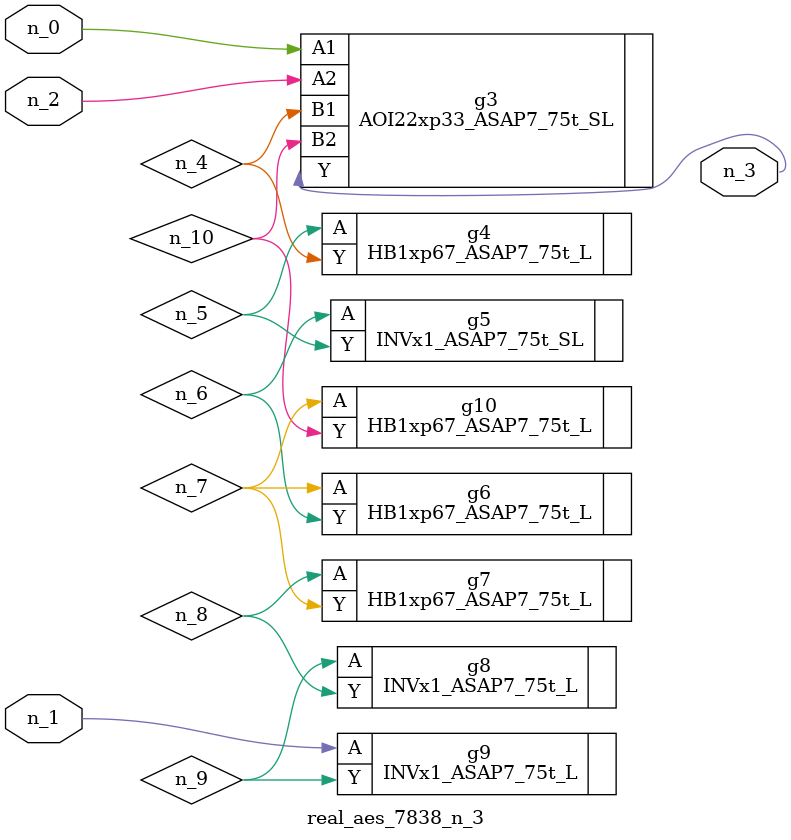
<source format=v>
module real_aes_7838_n_3 (n_0, n_2, n_1, n_3);
input n_0;
input n_2;
input n_1;
output n_3;
wire n_4;
wire n_5;
wire n_7;
wire n_8;
wire n_6;
wire n_9;
wire n_10;
AOI22xp33_ASAP7_75t_SL g3 ( .A1(n_0), .A2(n_2), .B1(n_4), .B2(n_10), .Y(n_3) );
INVx1_ASAP7_75t_L g9 ( .A(n_1), .Y(n_9) );
HB1xp67_ASAP7_75t_L g4 ( .A(n_5), .Y(n_4) );
INVx1_ASAP7_75t_SL g5 ( .A(n_6), .Y(n_5) );
HB1xp67_ASAP7_75t_L g6 ( .A(n_7), .Y(n_6) );
HB1xp67_ASAP7_75t_L g10 ( .A(n_7), .Y(n_10) );
HB1xp67_ASAP7_75t_L g7 ( .A(n_8), .Y(n_7) );
INVx1_ASAP7_75t_L g8 ( .A(n_9), .Y(n_8) );
endmodule
</source>
